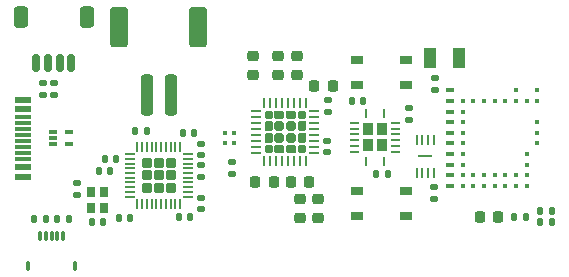
<source format=gbr>
%TF.GenerationSoftware,KiCad,Pcbnew,9.0.7*%
%TF.CreationDate,2026-01-28T15:54:31+01:00*%
%TF.ProjectId,RoyalBlue54L-Feather,526f7961-6c42-46c7-9565-35344c2d4665,rev?*%
%TF.SameCoordinates,Original*%
%TF.FileFunction,Paste,Top*%
%TF.FilePolarity,Positive*%
%FSLAX46Y46*%
G04 Gerber Fmt 4.6, Leading zero omitted, Abs format (unit mm)*
G04 Created by KiCad (PCBNEW 9.0.7) date 2026-01-28 15:54:31*
%MOMM*%
%LPD*%
G01*
G04 APERTURE LIST*
G04 Aperture macros list*
%AMRoundRect*
0 Rectangle with rounded corners*
0 $1 Rounding radius*
0 $2 $3 $4 $5 $6 $7 $8 $9 X,Y pos of 4 corners*
0 Add a 4 corners polygon primitive as box body*
4,1,4,$2,$3,$4,$5,$6,$7,$8,$9,$2,$3,0*
0 Add four circle primitives for the rounded corners*
1,1,$1+$1,$2,$3*
1,1,$1+$1,$4,$5*
1,1,$1+$1,$6,$7*
1,1,$1+$1,$8,$9*
0 Add four rect primitives between the rounded corners*
20,1,$1+$1,$2,$3,$4,$5,0*
20,1,$1+$1,$4,$5,$6,$7,0*
20,1,$1+$1,$6,$7,$8,$9,0*
20,1,$1+$1,$8,$9,$2,$3,0*%
%AMFreePoly0*
4,1,19,0.290204,0.301344,0.321117,0.247801,0.322490,0.232106,0.322490,-0.157228,0.301344,-0.215326,0.296017,-0.221139,0.221139,-0.296017,0.165105,-0.322146,0.157228,-0.322490,-0.232106,-0.322490,-0.290204,-0.301344,-0.321117,-0.247801,-0.322490,-0.232106,-0.322490,0.232106,-0.301344,0.290204,-0.247801,0.321117,-0.232106,0.322490,0.232106,0.322490,0.290204,0.301344,0.290204,0.301344,
$1*%
%AMFreePoly1*
4,1,21,0.231572,0.385173,0.236504,0.380653,0.300030,0.317127,0.322198,0.269587,0.322490,0.262904,0.322490,-0.262904,0.304550,-0.312195,0.300030,-0.317127,0.236504,-0.380653,0.188964,-0.402821,0.182281,-0.403113,-0.245807,-0.403113,-0.295098,-0.385173,-0.321325,-0.339746,-0.322490,-0.326430,-0.322490,0.326430,-0.304550,0.375721,-0.259123,0.401948,-0.245807,0.403113,0.182281,0.403113,
0.231572,0.385173,0.231572,0.385173,$1*%
%AMFreePoly2*
4,1,19,0.215326,0.301344,0.221139,0.296017,0.296017,0.221139,0.322146,0.165105,0.322490,0.157228,0.322490,-0.232106,0.301344,-0.290204,0.247801,-0.321117,0.232106,-0.322490,-0.232106,-0.322490,-0.290204,-0.301344,-0.321117,-0.247801,-0.322490,-0.232106,-0.322490,0.232106,-0.301344,0.290204,-0.247801,0.321117,-0.232106,0.322490,0.157228,0.322490,0.215326,0.301344,0.215326,0.301344,
$1*%
%AMFreePoly3*
4,1,21,0.375721,0.304550,0.401948,0.259123,0.403113,0.245807,0.403113,-0.182281,0.385173,-0.231572,0.380653,-0.236504,0.317127,-0.300030,0.269587,-0.322198,0.262904,-0.322490,-0.262904,-0.322490,-0.312195,-0.304550,-0.317127,-0.300030,-0.380653,-0.236504,-0.402821,-0.188964,-0.403113,-0.182281,-0.403113,0.245807,-0.385173,0.295098,-0.339746,0.321325,-0.326430,0.322490,0.326430,0.322490,
0.375721,0.304550,0.375721,0.304550,$1*%
%AMFreePoly4*
4,1,21,0.312195,0.304550,0.317127,0.300030,0.380653,0.236504,0.402821,0.188964,0.403113,0.182281,0.403113,-0.245807,0.385173,-0.295098,0.339746,-0.321325,0.326430,-0.322490,-0.326430,-0.322490,-0.375721,-0.304550,-0.401948,-0.259123,-0.403113,-0.245807,-0.403113,0.182281,-0.385173,0.231572,-0.380653,0.236504,-0.317127,0.300030,-0.269587,0.322198,-0.262904,0.322490,0.262904,0.322490,
0.312195,0.304550,0.312195,0.304550,$1*%
%AMFreePoly5*
4,1,19,0.290204,0.301344,0.321117,0.247801,0.322490,0.232106,0.322490,-0.232106,0.301344,-0.290204,0.247801,-0.321117,0.232106,-0.322490,-0.157228,-0.322490,-0.215326,-0.301344,-0.221139,-0.296017,-0.296017,-0.221139,-0.322146,-0.165105,-0.322490,-0.157228,-0.322490,0.232106,-0.301344,0.290204,-0.247801,0.321117,-0.232106,0.322490,0.232106,0.322490,0.290204,0.301344,0.290204,0.301344,
$1*%
%AMFreePoly6*
4,1,21,0.295098,0.385173,0.321325,0.339746,0.322490,0.326430,0.322490,-0.326430,0.304550,-0.375721,0.259123,-0.401948,0.245807,-0.403113,-0.182281,-0.403113,-0.231572,-0.385173,-0.236504,-0.380653,-0.300030,-0.317127,-0.322198,-0.269587,-0.322490,-0.262904,-0.322490,0.262904,-0.304550,0.312195,-0.300030,0.317127,-0.236504,0.380653,-0.188964,0.402821,-0.182281,0.403113,0.245807,0.403113,
0.295098,0.385173,0.295098,0.385173,$1*%
%AMFreePoly7*
4,1,19,0.290204,0.301344,0.321117,0.247801,0.322490,0.232106,0.322490,-0.232106,0.301344,-0.290204,0.247801,-0.321117,0.232106,-0.322490,-0.232106,-0.322490,-0.290204,-0.301344,-0.321117,-0.247801,-0.322490,-0.232106,-0.322490,0.157228,-0.301344,0.215326,-0.296017,0.221139,-0.221139,0.296017,-0.165105,0.322146,-0.157228,0.322490,0.232106,0.322490,0.290204,0.301344,0.290204,0.301344,
$1*%
%AMFreePoly8*
4,1,15,0.115000,-0.348505,0.112310,-0.355000,0.112310,-0.377340,0.095212,-0.418617,0.063617,-0.450212,0.022340,-0.467310,-0.022340,-0.467310,-0.063617,-0.450212,-0.095212,-0.418617,-0.112310,-0.377340,-0.112310,-0.355000,-0.115000,-0.348505,-0.115000,0.330000,0.115000,0.330000,0.115000,-0.348505,0.115000,-0.348505,$1*%
%AMFreePoly9*
4,1,15,0.355000,0.112310,0.377340,0.112310,0.418617,0.095212,0.450212,0.063617,0.467310,0.022340,0.467310,-0.022340,0.450212,-0.063617,0.418617,-0.095212,0.377340,-0.112310,0.355000,-0.112310,0.348505,-0.115000,-0.330000,-0.115000,-0.330000,0.115000,0.348505,0.115000,0.355000,0.112310,0.355000,0.112310,$1*%
%AMFreePoly10*
4,1,15,0.063617,0.450212,0.095212,0.418617,0.112310,0.377340,0.112310,0.355000,0.115000,0.348505,0.115000,-0.330000,-0.115000,-0.330000,-0.115000,0.348505,-0.112310,0.355000,-0.112310,0.377340,-0.095212,0.418617,-0.063617,0.450212,-0.022340,0.467310,0.022340,0.467310,0.063617,0.450212,0.063617,0.450212,$1*%
%AMFreePoly11*
4,1,16,0.330000,-0.115000,-0.330000,-0.115000,-0.348505,-0.115000,-0.355000,-0.112310,-0.377340,-0.112310,-0.418617,-0.095212,-0.450212,-0.063617,-0.467310,-0.022340,-0.467310,0.022340,-0.450212,0.063617,-0.418617,0.095212,-0.377340,0.112310,-0.355000,0.112310,-0.348505,0.115000,0.330000,0.115000,0.330000,-0.115000,0.330000,-0.115000,$1*%
%AMFreePoly12*
4,1,25,0.301737,0.444662,0.322810,0.427681,0.427681,0.322810,0.461865,0.260206,0.464758,0.233297,0.464758,-0.233297,0.444662,-0.301737,0.427681,-0.322810,0.322810,-0.427681,0.260206,-0.461865,0.233297,-0.464758,-0.233297,-0.464758,-0.301737,-0.444662,-0.322810,-0.427681,-0.427681,-0.322810,-0.461865,-0.260206,-0.464758,-0.233297,-0.464758,0.233297,-0.444662,0.301737,-0.427681,0.322810,
-0.322810,0.427681,-0.260206,0.461865,-0.233297,0.464758,0.233297,0.464758,0.301737,0.444662,0.301737,0.444662,$1*%
G04 Aperture macros list end*
%ADD10RoundRect,0.140000X-0.140000X-0.170000X0.140000X-0.170000X0.140000X0.170000X-0.140000X0.170000X0*%
%ADD11RoundRect,0.135000X0.135000X0.185000X-0.135000X0.185000X-0.135000X-0.185000X0.135000X-0.185000X0*%
%ADD12RoundRect,0.250000X0.250000X1.500000X-0.250000X1.500000X-0.250000X-1.500000X0.250000X-1.500000X0*%
%ADD13RoundRect,0.250001X0.499999X1.449999X-0.499999X1.449999X-0.499999X-1.449999X0.499999X-1.449999X0*%
%ADD14C,0.400000*%
%ADD15R,0.500000X0.400000*%
%ADD16RoundRect,0.135000X-0.135000X-0.185000X0.135000X-0.185000X0.135000X0.185000X-0.135000X0.185000X0*%
%ADD17RoundRect,0.140000X-0.170000X0.140000X-0.170000X-0.140000X0.170000X-0.140000X0.170000X0.140000X0*%
%ADD18RoundRect,0.100000X-0.100000X-0.100000X0.100000X-0.100000X0.100000X0.100000X-0.100000X0.100000X0*%
%ADD19FreePoly0,90.000000*%
%ADD20FreePoly1,90.000000*%
%ADD21FreePoly2,90.000000*%
%ADD22FreePoly3,90.000000*%
%ADD23RoundRect,0.201557X0.201556X-0.201556X0.201556X0.201556X-0.201556X0.201556X-0.201556X-0.201556X0*%
%ADD24FreePoly4,90.000000*%
%ADD25FreePoly5,90.000000*%
%ADD26FreePoly6,90.000000*%
%ADD27FreePoly7,90.000000*%
%ADD28RoundRect,0.062500X0.062500X-0.337500X0.062500X0.337500X-0.062500X0.337500X-0.062500X-0.337500X0*%
%ADD29RoundRect,0.062500X0.337500X-0.062500X0.337500X0.062500X-0.337500X0.062500X-0.337500X-0.062500X0*%
%ADD30RoundRect,0.135000X0.185000X-0.135000X0.185000X0.135000X-0.185000X0.135000X-0.185000X-0.135000X0*%
%ADD31RoundRect,0.140000X0.170000X-0.140000X0.170000X0.140000X-0.170000X0.140000X-0.170000X-0.140000X0*%
%ADD32R,1.450000X0.600000*%
%ADD33R,1.450000X0.300000*%
%ADD34RoundRect,0.040000X-0.605000X0.040000X-0.605000X-0.040000X0.605000X-0.040000X0.605000X0.040000X0*%
%ADD35RoundRect,0.062500X-0.062500X0.387500X-0.062500X-0.387500X0.062500X-0.387500X0.062500X0.387500X0*%
%ADD36RoundRect,0.225000X0.250000X-0.225000X0.250000X0.225000X-0.250000X0.225000X-0.250000X-0.225000X0*%
%ADD37R,0.800000X0.900000*%
%ADD38RoundRect,0.140000X0.140000X0.170000X-0.140000X0.170000X-0.140000X-0.170000X0.140000X-0.170000X0*%
%ADD39RoundRect,0.135000X-0.185000X0.135000X-0.185000X-0.135000X0.185000X-0.135000X0.185000X0.135000X0*%
%ADD40RoundRect,0.218750X0.218750X0.256250X-0.218750X0.256250X-0.218750X-0.256250X0.218750X-0.256250X0*%
%ADD41R,1.050000X0.650000*%
%ADD42R,0.820000X1.070000*%
%ADD43FreePoly8,0.000000*%
%ADD44FreePoly9,0.000000*%
%ADD45FreePoly10,0.000000*%
%ADD46FreePoly11,0.000000*%
%ADD47RoundRect,0.225000X-0.225000X-0.250000X0.225000X-0.250000X0.225000X0.250000X-0.225000X0.250000X0*%
%ADD48R,1.000000X1.800000*%
%ADD49RoundRect,0.075000X-0.075000X-0.325000X0.075000X-0.325000X0.075000X0.325000X-0.075000X0.325000X0*%
%ADD50RoundRect,0.100000X-0.100000X-0.300000X0.100000X-0.300000X0.100000X0.300000X-0.100000X0.300000X0*%
%ADD51RoundRect,0.087500X-0.250000X-0.087500X0.250000X-0.087500X0.250000X0.087500X-0.250000X0.087500X0*%
%ADD52RoundRect,0.218750X0.256250X-0.218750X0.256250X0.218750X-0.256250X0.218750X-0.256250X-0.218750X0*%
%ADD53RoundRect,0.150000X0.150000X0.625000X-0.150000X0.625000X-0.150000X-0.625000X0.150000X-0.625000X0*%
%ADD54RoundRect,0.250000X0.350000X0.650000X-0.350000X0.650000X-0.350000X-0.650000X0.350000X-0.650000X0*%
%ADD55RoundRect,0.225000X0.225000X0.250000X-0.225000X0.250000X-0.225000X-0.250000X0.225000X-0.250000X0*%
%ADD56FreePoly12,180.000000*%
%ADD57RoundRect,0.062500X0.350000X0.062500X-0.350000X0.062500X-0.350000X-0.062500X0.350000X-0.062500X0*%
%ADD58RoundRect,0.062500X0.062500X0.350000X-0.062500X0.350000X-0.062500X-0.350000X0.062500X-0.350000X0*%
G04 APERTURE END LIST*
D10*
%TO.C,C25*%
X153230000Y-101810000D03*
X154190000Y-101810000D03*
%TD*%
D11*
%TO.C,R5*%
X170210000Y-112070000D03*
X169190000Y-112070000D03*
%TD*%
D12*
%TO.C,J4*%
X137880000Y-101308000D03*
X135880000Y-101308000D03*
D13*
X140230000Y-95558000D03*
X133530000Y-95558000D03*
%TD*%
D14*
%TO.C,U1*%
X168920000Y-100930000D03*
X167120000Y-100930000D03*
X161720000Y-100930000D03*
D15*
X161470000Y-100930000D03*
D14*
X168920000Y-101830000D03*
X168020000Y-101830000D03*
X167120000Y-101830000D03*
X166220000Y-101830000D03*
X165320000Y-101830000D03*
X164420000Y-101830000D03*
X163520000Y-101830000D03*
X162620000Y-101830000D03*
X161720000Y-101830000D03*
D15*
X161470000Y-101830000D03*
D14*
X162620000Y-102730000D03*
X161720000Y-102730000D03*
D15*
X161470000Y-102730000D03*
D14*
X168920000Y-103630000D03*
X162620000Y-103630000D03*
X161720000Y-103630000D03*
D15*
X161470000Y-103630000D03*
D14*
X168920000Y-104530000D03*
X162620000Y-104530000D03*
X161720000Y-104530000D03*
D15*
X161470000Y-104530000D03*
D14*
X168920000Y-105430000D03*
X162620000Y-105430000D03*
X161720000Y-105430000D03*
D15*
X161470000Y-105430000D03*
D14*
X168020000Y-106330000D03*
X162620000Y-106330000D03*
X161720000Y-106330000D03*
D15*
X161470000Y-106330000D03*
D14*
X168020000Y-107230000D03*
X162620000Y-107230000D03*
X161720000Y-107230000D03*
D15*
X161470000Y-107230000D03*
D14*
X168020000Y-108130000D03*
X167120000Y-108130000D03*
X166220000Y-108130000D03*
X165320000Y-108130000D03*
X164420000Y-108130000D03*
X163520000Y-108130000D03*
X162620000Y-108130000D03*
X161720000Y-108130000D03*
D15*
X161470000Y-108130000D03*
D14*
X168020000Y-109030000D03*
X167120000Y-109030000D03*
X166220000Y-109030000D03*
X165320000Y-109030000D03*
X164420000Y-109030000D03*
X163520000Y-109030000D03*
X162620000Y-109030000D03*
X161720000Y-109030000D03*
D15*
X161470000Y-109030000D03*
%TD*%
D16*
%TO.C,R6*%
X166940000Y-111650000D03*
X167960000Y-111650000D03*
%TD*%
D17*
%TO.C,C10*%
X140440000Y-107280000D03*
X140440000Y-108240000D03*
%TD*%
D11*
%TO.C,R7*%
X170210000Y-111130000D03*
X169190000Y-111130000D03*
%TD*%
D18*
%TO.C,D3*%
X142480000Y-104580000D03*
X143280000Y-104580000D03*
X143280000Y-105380000D03*
X142480000Y-105380000D03*
%TD*%
D19*
%TO.C,U2*%
X146180000Y-105860000D03*
D20*
X147080000Y-105860000D03*
X148080000Y-105860000D03*
D21*
X148980000Y-105860000D03*
D22*
X146180000Y-104960000D03*
D23*
X147080000Y-104960000D03*
X148080000Y-104960000D03*
D24*
X148980000Y-104960000D03*
D22*
X146180000Y-103960000D03*
D23*
X147080000Y-103960000D03*
X148080000Y-103960000D03*
D24*
X148980000Y-103960000D03*
D25*
X146180000Y-103060000D03*
D26*
X147080000Y-103060000D03*
X148080000Y-103060000D03*
D27*
X148980000Y-103060000D03*
D28*
X145830000Y-106910000D03*
X146330000Y-106910000D03*
X146830000Y-106910000D03*
X147330000Y-106910000D03*
X147830000Y-106910000D03*
X148330000Y-106910000D03*
X148830000Y-106910000D03*
X149330000Y-106910000D03*
D29*
X150030000Y-106210000D03*
X150030000Y-105710000D03*
X150030000Y-105210000D03*
X150030000Y-104710000D03*
X150030000Y-104210000D03*
X150030000Y-103710000D03*
X150030000Y-103210000D03*
X150030000Y-102710000D03*
D28*
X149330000Y-102010000D03*
X148830000Y-102010000D03*
X148330000Y-102010000D03*
X147830000Y-102010000D03*
X147330000Y-102010000D03*
X146830000Y-102010000D03*
X146330000Y-102010000D03*
X145830000Y-102010000D03*
D29*
X145130000Y-102710000D03*
X145130000Y-103210000D03*
X145130000Y-103710000D03*
X145130000Y-104210000D03*
X145130000Y-104710000D03*
X145130000Y-105210000D03*
X145130000Y-105710000D03*
X145130000Y-106210000D03*
%TD*%
D10*
%TO.C,C23*%
X138920000Y-104570000D03*
X139880000Y-104570000D03*
%TD*%
D30*
%TO.C,R2*%
X127103416Y-101355058D03*
X127103416Y-100335058D03*
%TD*%
D31*
%TO.C,C24*%
X158060000Y-103420000D03*
X158060000Y-102460000D03*
%TD*%
D17*
%TO.C,C19*%
X140440000Y-110050000D03*
X140440000Y-111010000D03*
%TD*%
%TO.C,C1*%
X151140000Y-105210000D03*
X151140000Y-106170000D03*
%TD*%
D32*
%TO.C,J3*%
X125405000Y-101730000D03*
X125405000Y-102530000D03*
D33*
X125405000Y-103730000D03*
X125405000Y-104730000D03*
X125405000Y-105230000D03*
X125405000Y-106230000D03*
D32*
X125405000Y-107430000D03*
X125405000Y-108230000D03*
X125405000Y-108230000D03*
X125405000Y-107430000D03*
D33*
X125405000Y-106730000D03*
X125405000Y-105730000D03*
X125405000Y-104230000D03*
X125405000Y-103230000D03*
D32*
X125405000Y-102530000D03*
X125405000Y-101730000D03*
%TD*%
D17*
%TO.C,C18*%
X129930000Y-108820000D03*
X129930000Y-109780000D03*
%TD*%
D34*
%TO.C,U4*%
X159460000Y-106530000D03*
D35*
X160210000Y-105105000D03*
X159710000Y-105105000D03*
X159210000Y-105105000D03*
X158710000Y-105105000D03*
X158710000Y-107955000D03*
X159210000Y-107955000D03*
X159710000Y-107955000D03*
X160210000Y-107955000D03*
%TD*%
D36*
%TO.C,C4*%
X148580000Y-99595000D03*
X148580000Y-98045000D03*
%TD*%
D37*
%TO.C,Y2*%
X131140000Y-109500000D03*
X131140000Y-110900000D03*
X132240000Y-110900000D03*
X132240000Y-109500000D03*
%TD*%
D38*
%TO.C,C16*%
X134440000Y-111710000D03*
X133480000Y-111710000D03*
%TD*%
%TO.C,C22*%
X133260000Y-106780000D03*
X132300000Y-106780000D03*
%TD*%
D31*
%TO.C,C9*%
X160260000Y-100870000D03*
X160260000Y-99910000D03*
%TD*%
D36*
%TO.C,C6*%
X144880000Y-99595000D03*
X144880000Y-98045000D03*
%TD*%
D39*
%TO.C,R8*%
X143110000Y-107010000D03*
X143110000Y-108030000D03*
%TD*%
D40*
%TO.C,D1*%
X165637500Y-111650000D03*
X164062500Y-111650000D03*
%TD*%
D10*
%TO.C,C13*%
X128310000Y-111855000D03*
X129270000Y-111855000D03*
%TD*%
D41*
%TO.C,SW1*%
X157835000Y-111605000D03*
X153685000Y-111605000D03*
X157835000Y-109455000D03*
X153710000Y-109455000D03*
%TD*%
D42*
%TO.C,U6*%
X154640000Y-104235000D03*
X154640000Y-105605000D03*
X155760000Y-104235000D03*
X155760000Y-105605000D03*
D43*
X154450000Y-102875000D03*
D44*
X153405000Y-103670000D03*
X153405000Y-104170000D03*
X153405000Y-104670000D03*
X153405000Y-105170000D03*
X153405000Y-105670000D03*
X153405000Y-106170000D03*
D45*
X154450000Y-106965000D03*
X155950000Y-106965000D03*
D46*
X156995000Y-106170000D03*
X156995000Y-105670000D03*
X156995000Y-105170000D03*
X156995000Y-104670000D03*
X156995000Y-104170000D03*
X156995000Y-103670000D03*
D43*
X155950000Y-102875000D03*
%TD*%
D30*
%TO.C,R4*%
X151200000Y-102800000D03*
X151200000Y-101780000D03*
%TD*%
D47*
%TO.C,C11*%
X150045000Y-100590000D03*
X151595000Y-100590000D03*
%TD*%
D48*
%TO.C,Y1*%
X159840000Y-98230000D03*
X162340000Y-98230000D03*
%TD*%
D41*
%TO.C,SW2*%
X157835000Y-100505000D03*
X153685000Y-100505000D03*
X157835000Y-98355000D03*
X153710000Y-98355000D03*
%TD*%
D49*
%TO.C,J6*%
X126810000Y-113280000D03*
X127310000Y-113280000D03*
X127810000Y-113280000D03*
X128310000Y-113280000D03*
X128810000Y-113280000D03*
D50*
X125810000Y-115780000D03*
X129810000Y-115780000D03*
%TD*%
D36*
%TO.C,C8*%
X150370000Y-111705000D03*
X150370000Y-110155000D03*
%TD*%
D47*
%TO.C,C2*%
X148085000Y-108670000D03*
X149635000Y-108670000D03*
%TD*%
D30*
%TO.C,R3*%
X128043416Y-101355058D03*
X128043416Y-100335058D03*
%TD*%
D10*
%TO.C,C15*%
X138590000Y-111690000D03*
X139550000Y-111690000D03*
%TD*%
D51*
%TO.C,U3*%
X127897500Y-104472500D03*
X127897500Y-104972500D03*
X127897500Y-105472500D03*
X129322500Y-105472500D03*
X129322500Y-104472500D03*
%TD*%
D52*
%TO.C,L1*%
X148860000Y-111717500D03*
X148860000Y-110142500D03*
%TD*%
D38*
%TO.C,C14*%
X127310000Y-111855000D03*
X126350000Y-111855000D03*
%TD*%
D36*
%TO.C,C5*%
X147010000Y-99595000D03*
X147010000Y-98045000D03*
%TD*%
D31*
%TO.C,C7*%
X140440000Y-106420000D03*
X140440000Y-105460000D03*
%TD*%
D16*
%TO.C,R1*%
X155250000Y-108040000D03*
X156270000Y-108040000D03*
%TD*%
D38*
%TO.C,C21*%
X132780000Y-107740000D03*
X131820000Y-107740000D03*
%TD*%
D53*
%TO.C,J5*%
X129490000Y-98633000D03*
X128490000Y-98633000D03*
X127490000Y-98633000D03*
X126490000Y-98633000D03*
D54*
X130790000Y-94758000D03*
X125190000Y-94758000D03*
%TD*%
D55*
%TO.C,C3*%
X146615000Y-108670000D03*
X145065000Y-108670000D03*
%TD*%
D38*
%TO.C,C17*%
X135870000Y-104400000D03*
X134910000Y-104400000D03*
%TD*%
D56*
%TO.C,U5*%
X137913333Y-109163333D03*
X137913333Y-108130000D03*
X137913333Y-107096667D03*
X136880000Y-109163333D03*
X136880000Y-108130000D03*
X136880000Y-107096667D03*
X135846667Y-109163333D03*
X135846667Y-108130000D03*
X135846667Y-107096667D03*
D57*
X139317500Y-109930000D03*
X139317500Y-109530000D03*
X139317500Y-109130000D03*
X139317500Y-108730000D03*
X139317500Y-108330000D03*
X139317500Y-107930000D03*
X139317500Y-107530000D03*
X139317500Y-107130000D03*
X139317500Y-106730000D03*
X139317500Y-106330000D03*
D58*
X138680000Y-105692500D03*
X138280000Y-105692500D03*
X137880000Y-105692500D03*
X137480000Y-105692500D03*
X137080000Y-105692500D03*
X136680000Y-105692500D03*
X136280000Y-105692500D03*
X135880000Y-105692500D03*
X135480000Y-105692500D03*
X135080000Y-105692500D03*
D57*
X134442500Y-106330000D03*
X134442500Y-106730000D03*
X134442500Y-107130000D03*
X134442500Y-107530000D03*
X134442500Y-107930000D03*
X134442500Y-108330000D03*
X134442500Y-108730000D03*
X134442500Y-109130000D03*
X134442500Y-109530000D03*
X134442500Y-109930000D03*
D58*
X135080000Y-110567500D03*
X135480000Y-110567500D03*
X135880000Y-110567500D03*
X136280000Y-110567500D03*
X136680000Y-110567500D03*
X137080000Y-110567500D03*
X137480000Y-110567500D03*
X137880000Y-110567500D03*
X138280000Y-110567500D03*
X138680000Y-110567500D03*
%TD*%
D17*
%TO.C,C12*%
X160210000Y-109140000D03*
X160210000Y-110100000D03*
%TD*%
D10*
%TO.C,C20*%
X131210000Y-112060000D03*
X132170000Y-112060000D03*
%TD*%
M02*

</source>
